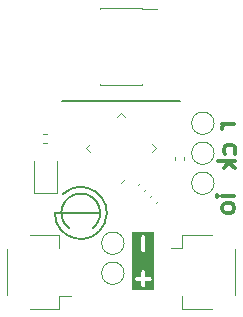
<source format=gbr>
%TF.GenerationSoftware,KiCad,Pcbnew,7.0.6*%
%TF.CreationDate,2023-08-09T20:57:22-04:00*%
%TF.ProjectId,miniclick,6d696e69-636c-4696-936b-2e6b69636164,rev?*%
%TF.SameCoordinates,Original*%
%TF.FileFunction,Legend,Bot*%
%TF.FilePolarity,Positive*%
%FSLAX46Y46*%
G04 Gerber Fmt 4.6, Leading zero omitted, Abs format (unit mm)*
G04 Created by KiCad (PCBNEW 7.0.6) date 2023-08-09 20:57:22*
%MOMM*%
%LPD*%
G01*
G04 APERTURE LIST*
%ADD10C,0.150000*%
%ADD11C,0.300000*%
%ADD12C,0.120000*%
G04 APERTURE END LIST*
D10*
X146200000Y-96500000D02*
X142400000Y-96500000D01*
X142400001Y-96500000D02*
G75*
G03*
X143092199Y-94897961I2199999J0D01*
G01*
X143000000Y-87000000D02*
X153000000Y-87000000D01*
X145599999Y-97799999D02*
G75*
G03*
X143600000Y-97799999I-999999J1299999D01*
G01*
D11*
X157600828Y-88954510D02*
X156600828Y-88954510D01*
X156886542Y-88954510D02*
X156743685Y-89025939D01*
X156743685Y-89025939D02*
X156672257Y-89097368D01*
X156672257Y-89097368D02*
X156600828Y-89240225D01*
X156600828Y-89240225D02*
X156600828Y-89383082D01*
X157600828Y-95054510D02*
X156600828Y-95054510D01*
X156100828Y-95054510D02*
X156172257Y-94983082D01*
X156172257Y-94983082D02*
X156243685Y-95054510D01*
X156243685Y-95054510D02*
X156172257Y-95125939D01*
X156172257Y-95125939D02*
X156100828Y-95054510D01*
X156100828Y-95054510D02*
X156243685Y-95054510D01*
X157600828Y-95983082D02*
X157529400Y-95840225D01*
X157529400Y-95840225D02*
X157457971Y-95768796D01*
X157457971Y-95768796D02*
X157315114Y-95697368D01*
X157315114Y-95697368D02*
X156886542Y-95697368D01*
X156886542Y-95697368D02*
X156743685Y-95768796D01*
X156743685Y-95768796D02*
X156672257Y-95840225D01*
X156672257Y-95840225D02*
X156600828Y-95983082D01*
X156600828Y-95983082D02*
X156600828Y-96197368D01*
X156600828Y-96197368D02*
X156672257Y-96340225D01*
X156672257Y-96340225D02*
X156743685Y-96411654D01*
X156743685Y-96411654D02*
X156886542Y-96483082D01*
X156886542Y-96483082D02*
X157315114Y-96483082D01*
X157315114Y-96483082D02*
X157457971Y-96411654D01*
X157457971Y-96411654D02*
X157529400Y-96340225D01*
X157529400Y-96340225D02*
X157600828Y-96197368D01*
X157600828Y-96197368D02*
X157600828Y-95983082D01*
X157629400Y-91497368D02*
X157700828Y-91354510D01*
X157700828Y-91354510D02*
X157700828Y-91068796D01*
X157700828Y-91068796D02*
X157629400Y-90925939D01*
X157629400Y-90925939D02*
X157557971Y-90854510D01*
X157557971Y-90854510D02*
X157415114Y-90783082D01*
X157415114Y-90783082D02*
X156986542Y-90783082D01*
X156986542Y-90783082D02*
X156843685Y-90854510D01*
X156843685Y-90854510D02*
X156772257Y-90925939D01*
X156772257Y-90925939D02*
X156700828Y-91068796D01*
X156700828Y-91068796D02*
X156700828Y-91354510D01*
X156700828Y-91354510D02*
X156772257Y-91497368D01*
X157700828Y-92140224D02*
X156200828Y-92140224D01*
X157129400Y-92283082D02*
X157700828Y-92711653D01*
X156700828Y-92711653D02*
X157272257Y-92140224D01*
G36*
X150821314Y-103009775D02*
G01*
X148949885Y-103009775D01*
X148949885Y-102074060D01*
X149164171Y-102074060D01*
X149184267Y-102149060D01*
X149239171Y-102203964D01*
X149314171Y-102224060D01*
X149735600Y-102224060D01*
X149735600Y-102645489D01*
X149755696Y-102720489D01*
X149810600Y-102775393D01*
X149885600Y-102795489D01*
X149960600Y-102775393D01*
X150015504Y-102720489D01*
X150035600Y-102645489D01*
X150035600Y-102224060D01*
X150457028Y-102224060D01*
X150532028Y-102203964D01*
X150586932Y-102149060D01*
X150607028Y-102074060D01*
X150586932Y-101999060D01*
X150532028Y-101944156D01*
X150457028Y-101924060D01*
X150035600Y-101924060D01*
X150035600Y-101502632D01*
X150015504Y-101427632D01*
X149960600Y-101372728D01*
X149885600Y-101352632D01*
X149810600Y-101372728D01*
X149755696Y-101427632D01*
X149735600Y-101502632D01*
X149735600Y-101924060D01*
X149314171Y-101924060D01*
X149239171Y-101944156D01*
X149184267Y-101999060D01*
X149164171Y-102074060D01*
X148949885Y-102074060D01*
X148949885Y-99645489D01*
X149735600Y-99645489D01*
X149755696Y-99720489D01*
X149810600Y-99775393D01*
X149885600Y-99795489D01*
X149960600Y-99775393D01*
X150015504Y-99720489D01*
X150035600Y-99645489D01*
X150035600Y-98502632D01*
X150015504Y-98427632D01*
X149960600Y-98372728D01*
X149885600Y-98352632D01*
X149810600Y-98372728D01*
X149755696Y-98427632D01*
X149735600Y-98502632D01*
X149735600Y-99645489D01*
X148949885Y-99645489D01*
X148949885Y-98138346D01*
X150821314Y-98138346D01*
X150821314Y-103009775D01*
G37*
D12*
%TO.C,J1*%
X155715000Y-98390000D02*
X153215000Y-98390000D01*
X153215000Y-98390000D02*
X153215000Y-99440000D01*
X153215000Y-99440000D02*
X152225000Y-99440000D01*
X157685000Y-99560000D02*
X157685000Y-103440000D01*
X155715000Y-104610000D02*
X153215000Y-104610000D01*
X153215000Y-104610000D02*
X153215000Y-103560000D01*
%TO.C,TP1*%
X155890000Y-88900000D02*
G75*
G03*
X155890000Y-88900000I-950000J0D01*
G01*
%TO.C,R2*%
X152620000Y-92053641D02*
X152620000Y-91746359D01*
X153380000Y-92053641D02*
X153380000Y-91746359D01*
%TO.C,J3*%
X151090000Y-79230000D02*
X149765000Y-79230000D01*
X149765000Y-85635000D02*
X146235000Y-85635000D01*
X149765000Y-85570000D02*
X149765000Y-85635000D01*
X149765000Y-79165000D02*
X149765000Y-79230000D01*
X149765000Y-79165000D02*
X146235000Y-79165000D01*
X146235000Y-85570000D02*
X146235000Y-85635000D01*
X146235000Y-79165000D02*
X146235000Y-79230000D01*
%TO.C,C3*%
X149469190Y-94121693D02*
X149621693Y-93969190D01*
X149978307Y-94630810D02*
X150130810Y-94478307D01*
%TO.C,TP2*%
X148270000Y-101600000D02*
G75*
G03*
X148270000Y-101600000I-950000J0D01*
G01*
%TO.C,TP5*%
X155890000Y-91440000D02*
G75*
G03*
X155890000Y-91440000I-950000J0D01*
G01*
%TO.C,R1*%
X141753641Y-90580000D02*
X141446359Y-90580000D01*
X141753641Y-89820000D02*
X141446359Y-89820000D01*
%TO.C,J2*%
X140285000Y-104610000D02*
X142785000Y-104610000D01*
X142785000Y-104610000D02*
X142785000Y-103560000D01*
X142785000Y-103560000D02*
X143775000Y-103560000D01*
X138315000Y-103440000D02*
X138315000Y-99560000D01*
X140285000Y-98390000D02*
X142785000Y-98390000D01*
X142785000Y-98390000D02*
X142785000Y-99440000D01*
%TO.C,C2*%
X150469190Y-95121693D02*
X150621693Y-94969190D01*
X150978307Y-95630810D02*
X151130810Y-95478307D01*
%TO.C,TP4*%
X155890000Y-93980000D02*
G75*
G03*
X155890000Y-93980000I-950000J0D01*
G01*
%TO.C,U1*%
X145016009Y-91000000D02*
X145351885Y-91335876D01*
X145351885Y-90664124D02*
X145016009Y-91000000D01*
X148335876Y-93648115D02*
X148000000Y-93983991D01*
X147664124Y-88351885D02*
X148000000Y-88016009D01*
X150648115Y-91335876D02*
X150983991Y-91000000D01*
X148000000Y-88016009D02*
X148335876Y-88351885D01*
X150983991Y-91000000D02*
X150648115Y-90664124D01*
%TO.C,D1*%
X140640000Y-94785000D02*
X140640000Y-92100000D01*
X142560000Y-94785000D02*
X140640000Y-94785000D01*
X142560000Y-92100000D02*
X142560000Y-94785000D01*
%TO.C,TP3*%
X148270000Y-99060000D02*
G75*
G03*
X148270000Y-99060000I-950000J0D01*
G01*
%TD*%
M02*

</source>
